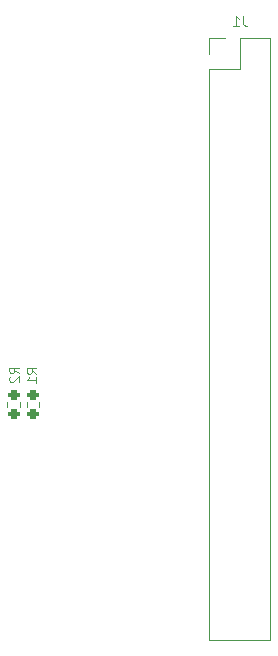
<source format=gbr>
%TF.GenerationSoftware,KiCad,Pcbnew,(6.0.9)*%
%TF.CreationDate,2022-11-30T21:43:21+08:00*%
%TF.ProjectId,Sitronix_3.97''_480x800,53697472-6f6e-4697-985f-332e39372727,rev?*%
%TF.SameCoordinates,Original*%
%TF.FileFunction,Legend,Bot*%
%TF.FilePolarity,Positive*%
%FSLAX46Y46*%
G04 Gerber Fmt 4.6, Leading zero omitted, Abs format (unit mm)*
G04 Created by KiCad (PCBNEW (6.0.9)) date 2022-11-30 21:43:21*
%MOMM*%
%LPD*%
G01*
G04 APERTURE LIST*
G04 Aperture macros list*
%AMRoundRect*
0 Rectangle with rounded corners*
0 $1 Rounding radius*
0 $2 $3 $4 $5 $6 $7 $8 $9 X,Y pos of 4 corners*
0 Add a 4 corners polygon primitive as box body*
4,1,4,$2,$3,$4,$5,$6,$7,$8,$9,$2,$3,0*
0 Add four circle primitives for the rounded corners*
1,1,$1+$1,$2,$3*
1,1,$1+$1,$4,$5*
1,1,$1+$1,$6,$7*
1,1,$1+$1,$8,$9*
0 Add four rect primitives between the rounded corners*
20,1,$1+$1,$2,$3,$4,$5,0*
20,1,$1+$1,$4,$5,$6,$7,0*
20,1,$1+$1,$6,$7,$8,$9,0*
20,1,$1+$1,$8,$9,$2,$3,0*%
G04 Aperture macros list end*
%ADD10C,0.100000*%
%ADD11C,0.120000*%
%ADD12RoundRect,0.200000X-0.275000X0.200000X-0.275000X-0.200000X0.275000X-0.200000X0.275000X0.200000X0*%
%ADD13R,1.700000X1.700000*%
%ADD14O,1.700000X1.700000*%
G04 APERTURE END LIST*
D10*
%TO.C,R1*%
X46996304Y-101009466D02*
X46615352Y-100742800D01*
X46996304Y-100552323D02*
X46196304Y-100552323D01*
X46196304Y-100857085D01*
X46234400Y-100933276D01*
X46272495Y-100971371D01*
X46348685Y-101009466D01*
X46462971Y-101009466D01*
X46539161Y-100971371D01*
X46577257Y-100933276D01*
X46615352Y-100857085D01*
X46615352Y-100552323D01*
X46996304Y-101771371D02*
X46996304Y-101314228D01*
X46996304Y-101542800D02*
X46196304Y-101542800D01*
X46310590Y-101466609D01*
X46386780Y-101390419D01*
X46424876Y-101314228D01*
%TO.C,R2*%
X45523104Y-100958666D02*
X45142152Y-100692000D01*
X45523104Y-100501523D02*
X44723104Y-100501523D01*
X44723104Y-100806285D01*
X44761200Y-100882476D01*
X44799295Y-100920571D01*
X44875485Y-100958666D01*
X44989771Y-100958666D01*
X45065961Y-100920571D01*
X45104057Y-100882476D01*
X45142152Y-100806285D01*
X45142152Y-100501523D01*
X44799295Y-101263428D02*
X44761200Y-101301523D01*
X44723104Y-101377714D01*
X44723104Y-101568190D01*
X44761200Y-101644380D01*
X44799295Y-101682476D01*
X44875485Y-101720571D01*
X44951676Y-101720571D01*
X45065961Y-101682476D01*
X45523104Y-101225333D01*
X45523104Y-101720571D01*
%TO.C,J1*%
X64508666Y-70735904D02*
X64508666Y-71307333D01*
X64546761Y-71421619D01*
X64622952Y-71497809D01*
X64737238Y-71535904D01*
X64813428Y-71535904D01*
X63708666Y-71535904D02*
X64165809Y-71535904D01*
X63937238Y-71535904D02*
X63937238Y-70735904D01*
X64013428Y-70850190D01*
X64089619Y-70926380D01*
X64165809Y-70964476D01*
D11*
%TO.C,R1*%
X46211500Y-103394742D02*
X46211500Y-103869258D01*
X47256500Y-103394742D02*
X47256500Y-103869258D01*
%TO.C,R2*%
X44562500Y-103394742D02*
X44562500Y-103869258D01*
X45607500Y-103394742D02*
X45607500Y-103869258D01*
%TO.C,J1*%
X61642000Y-72614000D02*
X61642000Y-73944000D01*
X62972000Y-72614000D02*
X61642000Y-72614000D01*
X64242000Y-75214000D02*
X61642000Y-75214000D01*
X64242000Y-72614000D02*
X64242000Y-75214000D01*
X66842000Y-123534000D02*
X61642000Y-123534000D01*
X66842000Y-72614000D02*
X64242000Y-72614000D01*
X61642000Y-75214000D02*
X61642000Y-123534000D01*
X66842000Y-72614000D02*
X66842000Y-123534000D01*
%TD*%
%LPC*%
D12*
%TO.C,R1*%
X46734000Y-104457000D03*
X46734000Y-102807000D03*
%TD*%
%TO.C,R2*%
X45085000Y-104457000D03*
X45085000Y-102807000D03*
%TD*%
D13*
%TO.C,J4*%
X40762000Y-115443000D03*
D14*
X43302000Y-115443000D03*
%TD*%
D13*
%TO.C,J3*%
X47005000Y-115443000D03*
D14*
X49545000Y-115443000D03*
X52085000Y-115443000D03*
%TD*%
%TO.C,J1*%
X65512000Y-122204000D03*
X62972000Y-122204000D03*
X65512000Y-119664000D03*
X62972000Y-119664000D03*
X65512000Y-117124000D03*
X62972000Y-117124000D03*
X65512000Y-114584000D03*
X62972000Y-114584000D03*
X65512000Y-112044000D03*
X62972000Y-112044000D03*
X65512000Y-109504000D03*
X62972000Y-109504000D03*
X65512000Y-106964000D03*
X62972000Y-106964000D03*
X65512000Y-104424000D03*
X62972000Y-104424000D03*
X65512000Y-101884000D03*
X62972000Y-101884000D03*
X65512000Y-99344000D03*
X62972000Y-99344000D03*
X65512000Y-96804000D03*
X62972000Y-96804000D03*
X65512000Y-94264000D03*
X62972000Y-94264000D03*
X65512000Y-91724000D03*
X62972000Y-91724000D03*
X65512000Y-89184000D03*
X62972000Y-89184000D03*
X65512000Y-86644000D03*
X62972000Y-86644000D03*
X65512000Y-84104000D03*
X62972000Y-84104000D03*
X65512000Y-81564000D03*
X62972000Y-81564000D03*
X65512000Y-79024000D03*
X62972000Y-79024000D03*
X65512000Y-76484000D03*
X62972000Y-76484000D03*
X65512000Y-73944000D03*
D13*
X62972000Y-73944000D03*
%TD*%
M02*

</source>
